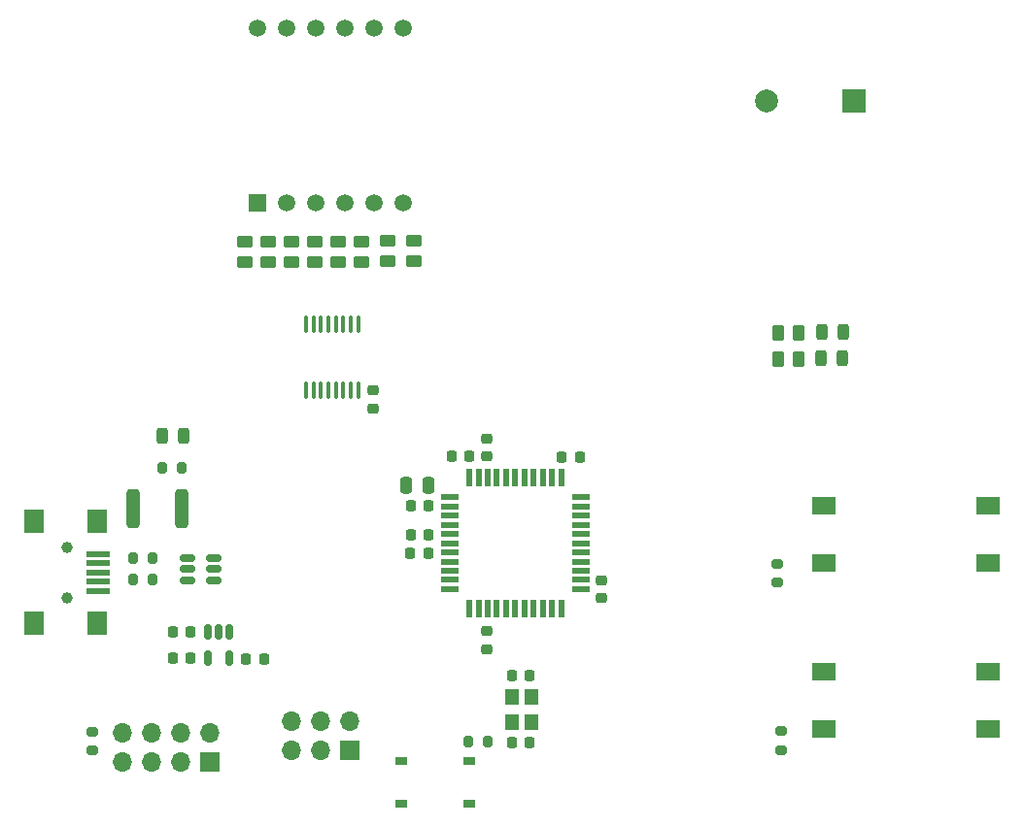
<source format=gbr>
%TF.GenerationSoftware,KiCad,Pcbnew,7.0.1-0*%
%TF.CreationDate,2023-04-21T07:07:00-06:00*%
%TF.ProjectId,PhaseB_Prototype,50686173-6542-45f5-9072-6f746f747970,rev?*%
%TF.SameCoordinates,Original*%
%TF.FileFunction,Soldermask,Top*%
%TF.FilePolarity,Negative*%
%FSLAX46Y46*%
G04 Gerber Fmt 4.6, Leading zero omitted, Abs format (unit mm)*
G04 Created by KiCad (PCBNEW 7.0.1-0) date 2023-04-21 07:07:00*
%MOMM*%
%LPD*%
G01*
G04 APERTURE LIST*
G04 Aperture macros list*
%AMRoundRect*
0 Rectangle with rounded corners*
0 $1 Rounding radius*
0 $2 $3 $4 $5 $6 $7 $8 $9 X,Y pos of 4 corners*
0 Add a 4 corners polygon primitive as box body*
4,1,4,$2,$3,$4,$5,$6,$7,$8,$9,$2,$3,0*
0 Add four circle primitives for the rounded corners*
1,1,$1+$1,$2,$3*
1,1,$1+$1,$4,$5*
1,1,$1+$1,$6,$7*
1,1,$1+$1,$8,$9*
0 Add four rect primitives between the rounded corners*
20,1,$1+$1,$2,$3,$4,$5,0*
20,1,$1+$1,$4,$5,$6,$7,0*
20,1,$1+$1,$6,$7,$8,$9,0*
20,1,$1+$1,$8,$9,$2,$3,0*%
G04 Aperture macros list end*
%ADD10R,1.700000X1.700000*%
%ADD11O,1.700000X1.700000*%
%ADD12RoundRect,0.200000X0.200000X0.275000X-0.200000X0.275000X-0.200000X-0.275000X0.200000X-0.275000X0*%
%ADD13RoundRect,0.225000X0.250000X-0.225000X0.250000X0.225000X-0.250000X0.225000X-0.250000X-0.225000X0*%
%ADD14RoundRect,0.225000X0.225000X0.250000X-0.225000X0.250000X-0.225000X-0.250000X0.225000X-0.250000X0*%
%ADD15RoundRect,0.225000X-0.225000X-0.250000X0.225000X-0.250000X0.225000X0.250000X-0.225000X0.250000X0*%
%ADD16R,2.000000X2.000000*%
%ADD17C,2.000000*%
%ADD18RoundRect,0.250000X0.450000X-0.262500X0.450000X0.262500X-0.450000X0.262500X-0.450000X-0.262500X0*%
%ADD19RoundRect,0.243750X0.243750X0.456250X-0.243750X0.456250X-0.243750X-0.456250X0.243750X-0.456250X0*%
%ADD20RoundRect,0.250000X-0.262500X-0.450000X0.262500X-0.450000X0.262500X0.450000X-0.262500X0.450000X0*%
%ADD21RoundRect,0.150000X-0.512500X-0.150000X0.512500X-0.150000X0.512500X0.150000X-0.512500X0.150000X0*%
%ADD22RoundRect,0.150000X-0.150000X0.512500X-0.150000X-0.512500X0.150000X-0.512500X0.150000X0.512500X0*%
%ADD23R,2.000000X1.500000*%
%ADD24RoundRect,0.100000X-0.100000X0.637500X-0.100000X-0.637500X0.100000X-0.637500X0.100000X0.637500X0*%
%ADD25RoundRect,0.250000X0.250000X0.475000X-0.250000X0.475000X-0.250000X-0.475000X0.250000X-0.475000X0*%
%ADD26RoundRect,0.200000X-0.200000X-0.275000X0.200000X-0.275000X0.200000X0.275000X-0.200000X0.275000X0*%
%ADD27RoundRect,0.225000X-0.250000X0.225000X-0.250000X-0.225000X0.250000X-0.225000X0.250000X0.225000X0*%
%ADD28R,1.500000X0.550000*%
%ADD29R,0.550000X1.500000*%
%ADD30RoundRect,0.200000X0.275000X-0.200000X0.275000X0.200000X-0.275000X0.200000X-0.275000X-0.200000X0*%
%ADD31C,1.500000*%
%ADD32R,1.500000X1.500000*%
%ADD33R,1.200000X1.400000*%
%ADD34RoundRect,0.250000X-0.312500X-1.450000X0.312500X-1.450000X0.312500X1.450000X-0.312500X1.450000X0*%
%ADD35R,1.000000X0.700000*%
%ADD36C,1.000000*%
%ADD37R,2.000000X0.500000*%
%ADD38R,1.700000X2.000000*%
G04 APERTURE END LIST*
D10*
%TO.C,J2*%
X105903000Y-92476000D03*
D11*
X105903000Y-89936000D03*
X103363000Y-92476000D03*
X103363000Y-89936000D03*
X100823000Y-92476000D03*
X100823000Y-89936000D03*
%TD*%
D12*
%TO.C,R14*%
X91249000Y-67818000D03*
X89599000Y-67818000D03*
%TD*%
D13*
%TO.C,C15*%
X107966820Y-61092142D03*
X107966820Y-62642142D03*
%TD*%
D14*
%TO.C,C2*%
X121635189Y-91780601D03*
X120085189Y-91780601D03*
%TD*%
D15*
%TO.C,C1*%
X120053441Y-85988865D03*
X121603441Y-85988865D03*
%TD*%
D16*
%TO.C,LS1*%
X149840000Y-35814000D03*
D17*
X142240000Y-35814000D03*
%TD*%
D18*
%TO.C,R5*%
X111506000Y-48006000D03*
X111506000Y-49831000D03*
%TD*%
D19*
%TO.C,D3*%
X91440000Y-65024000D03*
X89565000Y-65024000D03*
%TD*%
D18*
%TO.C,R12*%
X96774000Y-48109500D03*
X96774000Y-49934500D03*
%TD*%
D12*
%TO.C,R16*%
X88709000Y-75710000D03*
X87059000Y-75710000D03*
%TD*%
D20*
%TO.C,R3*%
X143247085Y-56033813D03*
X145072085Y-56033813D03*
%TD*%
D21*
%TO.C,U4*%
X91783751Y-75721955D03*
X91783751Y-76671955D03*
X91783751Y-77621955D03*
X94058751Y-77621955D03*
X94058751Y-76671955D03*
X94058751Y-75721955D03*
%TD*%
D22*
%TO.C,U5*%
X95438000Y-82174500D03*
X94488000Y-82174500D03*
X93538000Y-82174500D03*
X93538000Y-84449500D03*
X95438000Y-84449500D03*
%TD*%
D18*
%TO.C,R10*%
X100838000Y-48109500D03*
X100838000Y-49934500D03*
%TD*%
D23*
%TO.C,S1*%
X161582000Y-90638000D03*
X147282000Y-90638000D03*
X161582000Y-85638000D03*
X147282000Y-85638000D03*
%TD*%
D24*
%TO.C,U2*%
X106669000Y-61028500D03*
X106019000Y-61028500D03*
X105369000Y-61028500D03*
X104719000Y-61028500D03*
X104069000Y-61028500D03*
X103419000Y-61028500D03*
X102769000Y-61028500D03*
X102119000Y-61028500D03*
X102119000Y-55303500D03*
X102769000Y-55303500D03*
X103419000Y-55303500D03*
X104069000Y-55303500D03*
X104719000Y-55303500D03*
X105369000Y-55303500D03*
X106019000Y-55303500D03*
X106669000Y-55303500D03*
%TD*%
D25*
%TO.C,C4*%
X112778369Y-69342000D03*
X110878369Y-69342000D03*
%TD*%
D15*
%TO.C,C3*%
X124413154Y-66874511D03*
X125963154Y-66874511D03*
%TD*%
D18*
%TO.C,R6*%
X109220000Y-48006000D03*
X109220000Y-49831000D03*
%TD*%
D26*
%TO.C,R13*%
X116269000Y-91694000D03*
X117919000Y-91694000D03*
%TD*%
D27*
%TO.C,C8*%
X127880856Y-79215952D03*
X127880856Y-77665952D03*
%TD*%
D14*
%TO.C,C10*%
X112789000Y-73660000D03*
X111239000Y-73660000D03*
%TD*%
D19*
%TO.C,D2*%
X148895000Y-58310000D03*
X147020000Y-58310000D03*
%TD*%
D13*
%TO.C,C11*%
X117852224Y-66859263D03*
X117852224Y-65309263D03*
%TD*%
D14*
%TO.C,C7*%
X112768199Y-75315721D03*
X111218199Y-75315721D03*
%TD*%
D28*
%TO.C,U3*%
X114660000Y-70420000D03*
X114660000Y-71220000D03*
X114660000Y-72020000D03*
X114660000Y-72820000D03*
X114660000Y-73620000D03*
X114660000Y-74420000D03*
X114660000Y-75220000D03*
X114660000Y-76020000D03*
X114660000Y-76820000D03*
X114660000Y-77620000D03*
X114660000Y-78420000D03*
D29*
X116360000Y-80120000D03*
X117160000Y-80120000D03*
X117960000Y-80120000D03*
X118760000Y-80120000D03*
X119560000Y-80120000D03*
X120360000Y-80120000D03*
X121160000Y-80120000D03*
X121960000Y-80120000D03*
X122760000Y-80120000D03*
X123560000Y-80120000D03*
X124360000Y-80120000D03*
D28*
X126060000Y-78420000D03*
X126060000Y-77620000D03*
X126060000Y-76820000D03*
X126060000Y-76020000D03*
X126060000Y-75220000D03*
X126060000Y-74420000D03*
X126060000Y-73620000D03*
X126060000Y-72820000D03*
X126060000Y-72020000D03*
X126060000Y-71220000D03*
X126060000Y-70420000D03*
D29*
X124360000Y-68720000D03*
X123560000Y-68720000D03*
X122760000Y-68720000D03*
X121960000Y-68720000D03*
X121160000Y-68720000D03*
X120360000Y-68720000D03*
X119560000Y-68720000D03*
X118760000Y-68720000D03*
X117960000Y-68720000D03*
X117160000Y-68720000D03*
X116360000Y-68720000D03*
%TD*%
D30*
%TO.C,R1*%
X143510000Y-90806000D03*
X143510000Y-92456000D03*
%TD*%
D19*
%TO.C,D1*%
X148973500Y-56024000D03*
X147098500Y-56024000D03*
%TD*%
D14*
%TO.C,C12*%
X92054805Y-84476254D03*
X90504805Y-84476254D03*
%TD*%
D18*
%TO.C,R9*%
X102870000Y-48109500D03*
X102870000Y-49934500D03*
%TD*%
D31*
%TO.C,U1*%
X97850000Y-29480000D03*
X100390000Y-29480000D03*
X102930000Y-29480000D03*
X105470000Y-29480000D03*
X108010000Y-29480000D03*
X110550000Y-29480000D03*
X110550000Y-44720000D03*
X108010000Y-44720000D03*
X105470000Y-44720000D03*
X102930000Y-44720000D03*
X100390000Y-44720000D03*
D32*
X97850000Y-44720000D03*
%TD*%
D33*
%TO.C,Y1*%
X121754000Y-90000000D03*
X121754000Y-87800000D03*
X120054000Y-87800000D03*
X120054000Y-90000000D03*
%TD*%
D15*
%TO.C,C14*%
X96900048Y-84493218D03*
X98450048Y-84493218D03*
%TD*%
D10*
%TO.C,J3*%
X93726000Y-93472000D03*
D11*
X93726000Y-90932000D03*
X91186000Y-93472000D03*
X91186000Y-90932000D03*
X88646000Y-93472000D03*
X88646000Y-90932000D03*
X86106000Y-93472000D03*
X86106000Y-90932000D03*
%TD*%
D14*
%TO.C,C13*%
X92065448Y-82152253D03*
X90515448Y-82152253D03*
%TD*%
D20*
%TO.C,R4*%
X143264647Y-58354301D03*
X145089647Y-58354301D03*
%TD*%
D30*
%TO.C,R2*%
X143217601Y-77846693D03*
X143217601Y-76196693D03*
%TD*%
%TO.C,R17*%
X83490000Y-90859000D03*
X83490000Y-92509000D03*
%TD*%
D27*
%TO.C,C9*%
X117910193Y-82101325D03*
X117910193Y-83651325D03*
%TD*%
D34*
%TO.C,F1*%
X87016500Y-71374000D03*
X91291500Y-71374000D03*
%TD*%
D14*
%TO.C,C6*%
X112789000Y-71120000D03*
X111239000Y-71120000D03*
%TD*%
D18*
%TO.C,R11*%
X98806000Y-48109500D03*
X98806000Y-49934500D03*
%TD*%
D35*
%TO.C,S3*%
X110379500Y-93400000D03*
X116379500Y-93400000D03*
X110379500Y-97100000D03*
X116379500Y-97100000D03*
%TD*%
D36*
%TO.C,J1*%
X81280000Y-74762000D03*
X81280000Y-79162000D03*
D37*
X83980000Y-75362000D03*
X83980000Y-76162000D03*
X83980000Y-76962000D03*
X83980000Y-77762000D03*
X83980000Y-78562000D03*
D38*
X83880000Y-72512000D03*
X78430000Y-72512000D03*
X83880000Y-81412000D03*
X78430000Y-81412000D03*
%TD*%
D12*
%TO.C,R15*%
X88709000Y-77597494D03*
X87059000Y-77597494D03*
%TD*%
D14*
%TO.C,C5*%
X116345000Y-66842000D03*
X114795000Y-66842000D03*
%TD*%
D18*
%TO.C,R7*%
X106934000Y-48109500D03*
X106934000Y-49934500D03*
%TD*%
%TO.C,R8*%
X104902000Y-48109500D03*
X104902000Y-49934500D03*
%TD*%
D23*
%TO.C,S2*%
X161582000Y-76160000D03*
X147282000Y-76160000D03*
X161582000Y-71160000D03*
X147282000Y-71160000D03*
%TD*%
M02*

</source>
